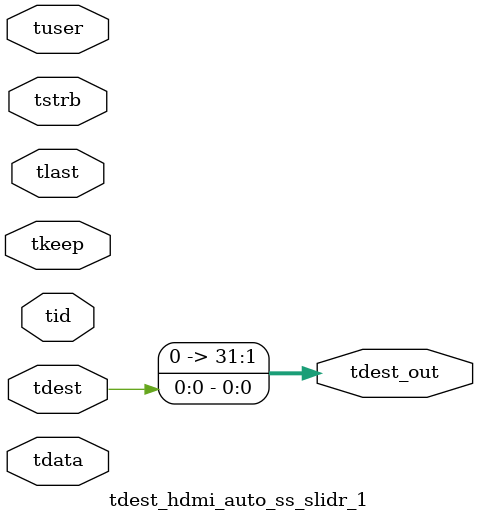
<source format=v>


`timescale 1ps/1ps

module tdest_hdmi_auto_ss_slidr_1 #
(
parameter C_S_AXIS_TDATA_WIDTH = 32,
parameter C_S_AXIS_TUSER_WIDTH = 0,
parameter C_S_AXIS_TID_WIDTH   = 0,
parameter C_S_AXIS_TDEST_WIDTH = 0,
parameter C_M_AXIS_TDEST_WIDTH = 32
)
(
input  [(C_S_AXIS_TDATA_WIDTH == 0 ? 1 : C_S_AXIS_TDATA_WIDTH)-1:0     ] tdata,
input  [(C_S_AXIS_TUSER_WIDTH == 0 ? 1 : C_S_AXIS_TUSER_WIDTH)-1:0     ] tuser,
input  [(C_S_AXIS_TID_WIDTH   == 0 ? 1 : C_S_AXIS_TID_WIDTH)-1:0       ] tid,
input  [(C_S_AXIS_TDEST_WIDTH == 0 ? 1 : C_S_AXIS_TDEST_WIDTH)-1:0     ] tdest,
input  [(C_S_AXIS_TDATA_WIDTH/8)-1:0 ] tkeep,
input  [(C_S_AXIS_TDATA_WIDTH/8)-1:0 ] tstrb,
input                                                                    tlast,
output [C_M_AXIS_TDEST_WIDTH-1:0] tdest_out
);

assign tdest_out = {tdest[0:0]};

endmodule


</source>
